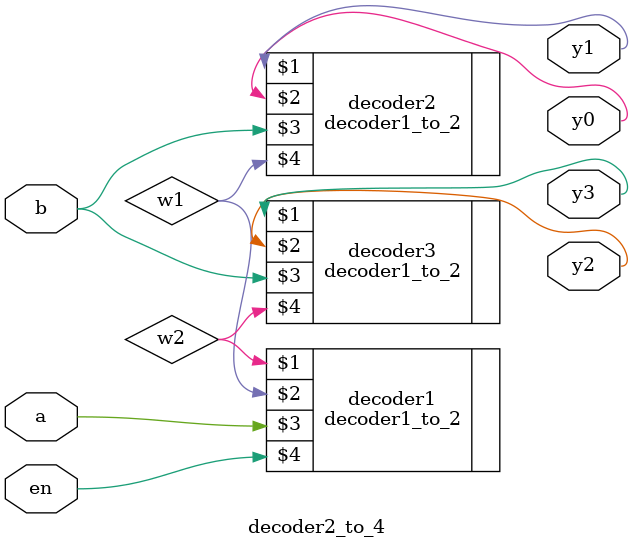
<source format=v>

module decoder2_to_4(y3, y2, y1, y0, a, b, en);

output y3;
output y2;
output y1;
output y0;
input a;
input b;
input en;

wire w1, w2;

decoder1_to_2 decoder1(w2, w1, a, en);
decoder1_to_2 decoder2(y1, y0, b, w1);
decoder1_to_2 decoder3(y3, y2, b, w2);

endmodule


</source>
